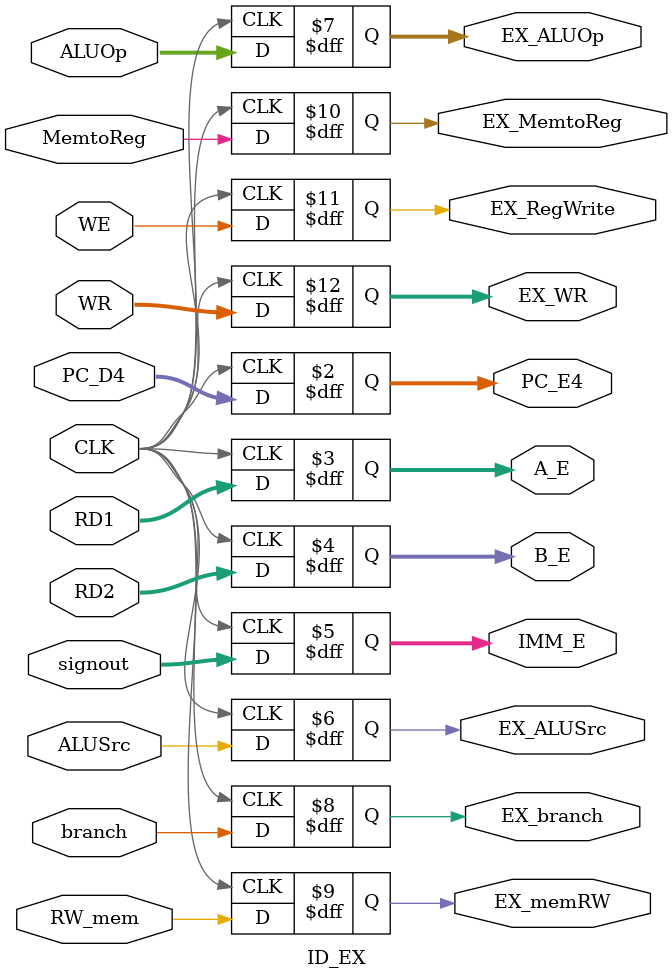
<source format=v>
module ID_EX(PC_D4, RD1, RD2, signout, ALUSrc, ALUOp, branch, RW_mem, MemtoReg, WE, WR,   
PC_E4, A_E, B_E, IMM_E, EX_ALUSrc, EX_ALUOp, EX_branch, EX_memRW, EX_MemtoReg, EX_RegWrite, EX_WR, CLK);

    input CLK;
    input [31:0] PC_D4;
    input [31:0] RD1;
    input [31:0] RD2;
    input [31:0] signout;
    input ALUSrc;
    input [1:0] ALUOp;
    input branch;
    input RW_mem;
    input MemtoReg;
    input WE;
    input [4:0] WR;

    output reg [31:0] PC_E4;
    output reg [31:0] A_E;
    output reg [31:0] B_E;
    output reg [31:0] IMM_E;
    output reg EX_ALUSrc;
    output reg [1:0] EX_ALUOp;
    output reg EX_branch;
    output reg EX_memRW;
    output reg EX_MemtoReg;
    output reg EX_RegWrite;
    output reg [4:0] EX_WR;
    



    always @(posedge CLK) begin
        PC_E4 <= PC_D4;
        A_E <= RD1;
        B_E <= RD2;
        IMM_E <= signout;
        EX_ALUSrc <= ALUSrc;
        EX_ALUOp <= ALUOp;
        EX_branch <= branch;
        EX_memRW <= RW_mem;
        EX_MemtoReg <= MemtoReg;
        EX_RegWrite <= WE;
        EX_WR <= WR;
        // $display("%2t: ID_EX", $time);
    end

// iverilog -o test Vr_inst_mem.v PipelinedCpu.v PipelinedCpu_tb.v Vr_register_file.v SignedExtension.v Vr_data_mem.v Control.v ALUcontrol.v mux.v ALU.v Shift.v ALU_ADD.v PC.v ADD_4.v ANDGATE.v IF_ID.v ID_EX.v EX_MEM.v MEM_WB.v
endmodule
</source>
